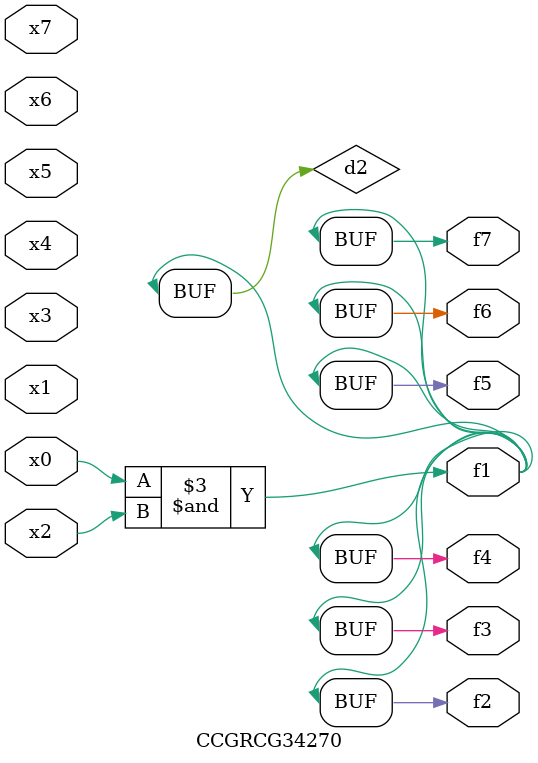
<source format=v>
module CCGRCG34270(
	input x0, x1, x2, x3, x4, x5, x6, x7,
	output f1, f2, f3, f4, f5, f6, f7
);

	wire d1, d2;

	nor (d1, x3, x6);
	and (d2, x0, x2);
	assign f1 = d2;
	assign f2 = d2;
	assign f3 = d2;
	assign f4 = d2;
	assign f5 = d2;
	assign f6 = d2;
	assign f7 = d2;
endmodule

</source>
